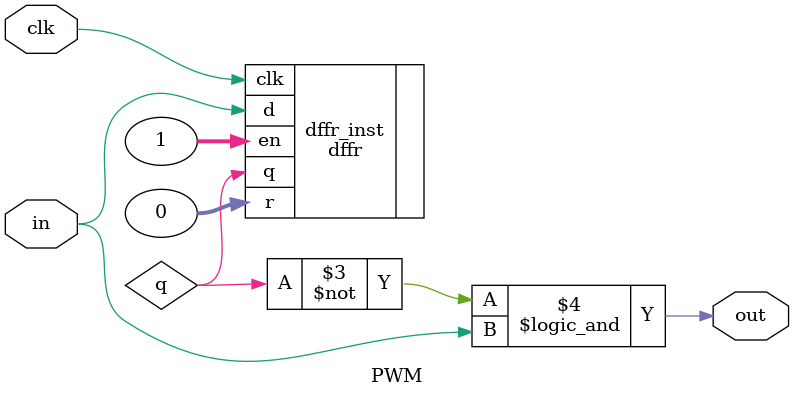
<source format=v>
module PWM(in, clk, out); 
    input in, clk; 
    output out; 
    
    wire q; 
    
    dffr #(.n(1))dffr_inst(.r(0), .en(1), .clk(clk), .d(in), .q(q));

    // This represents the PWM logic.
    assign out = ~q && in;
endmodule 
</source>
